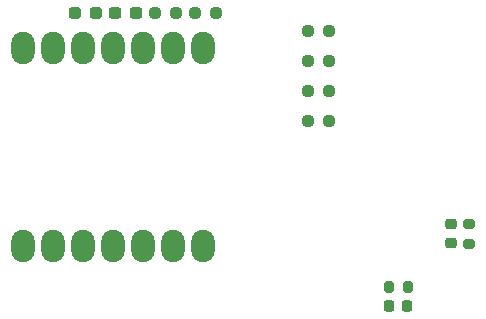
<source format=gbr>
%TF.GenerationSoftware,KiCad,Pcbnew,7.0.5*%
%TF.CreationDate,2023-07-11T15:30:59-04:00*%
%TF.ProjectId,StepperMotor_module_V2_XIAO_RP2040,53746570-7065-4724-9d6f-746f725f6d6f,rev?*%
%TF.SameCoordinates,Original*%
%TF.FileFunction,Paste,Top*%
%TF.FilePolarity,Positive*%
%FSLAX46Y46*%
G04 Gerber Fmt 4.6, Leading zero omitted, Abs format (unit mm)*
G04 Created by KiCad (PCBNEW 7.0.5) date 2023-07-11 15:30:59*
%MOMM*%
%LPD*%
G01*
G04 APERTURE LIST*
G04 Aperture macros list*
%AMRoundRect*
0 Rectangle with rounded corners*
0 $1 Rounding radius*
0 $2 $3 $4 $5 $6 $7 $8 $9 X,Y pos of 4 corners*
0 Add a 4 corners polygon primitive as box body*
4,1,4,$2,$3,$4,$5,$6,$7,$8,$9,$2,$3,0*
0 Add four circle primitives for the rounded corners*
1,1,$1+$1,$2,$3*
1,1,$1+$1,$4,$5*
1,1,$1+$1,$6,$7*
1,1,$1+$1,$8,$9*
0 Add four rect primitives between the rounded corners*
20,1,$1+$1,$2,$3,$4,$5,0*
20,1,$1+$1,$4,$5,$6,$7,0*
20,1,$1+$1,$6,$7,$8,$9,0*
20,1,$1+$1,$8,$9,$2,$3,0*%
G04 Aperture macros list end*
%ADD10RoundRect,0.237500X0.250000X0.237500X-0.250000X0.237500X-0.250000X-0.237500X0.250000X-0.237500X0*%
%ADD11RoundRect,1.000000X0.000000X-0.375000X0.000000X0.375000X0.000000X0.375000X0.000000X-0.375000X0*%
%ADD12RoundRect,0.237500X-0.250000X-0.237500X0.250000X-0.237500X0.250000X0.237500X-0.250000X0.237500X0*%
%ADD13RoundRect,0.218750X0.256250X-0.218750X0.256250X0.218750X-0.256250X0.218750X-0.256250X-0.218750X0*%
%ADD14RoundRect,0.237500X-0.287500X-0.237500X0.287500X-0.237500X0.287500X0.237500X-0.287500X0.237500X0*%
%ADD15RoundRect,0.200000X0.200000X0.275000X-0.200000X0.275000X-0.200000X-0.275000X0.200000X-0.275000X0*%
%ADD16RoundRect,0.200000X0.275000X-0.200000X0.275000X0.200000X-0.275000X0.200000X-0.275000X-0.200000X0*%
%ADD17RoundRect,0.218750X0.218750X0.256250X-0.218750X0.256250X-0.218750X-0.256250X0.218750X-0.256250X0*%
%ADD18RoundRect,0.237500X0.300000X0.237500X-0.300000X0.237500X-0.300000X-0.237500X0.300000X-0.237500X0*%
G04 APERTURE END LIST*
D10*
%TO.C,R11*%
X141712500Y-62750000D03*
X139887500Y-62750000D03*
%TD*%
D11*
%TO.C,U1*%
X125399250Y-82460500D03*
X127939250Y-82460500D03*
X130479250Y-82460500D03*
X133019250Y-82460500D03*
X135559250Y-82460500D03*
X138099250Y-82460500D03*
X140639250Y-82460500D03*
X140639250Y-65660500D03*
X138099250Y-65660500D03*
X135559250Y-65660500D03*
X133019250Y-65660500D03*
X130479250Y-65660500D03*
X127939250Y-65660500D03*
X125399250Y-65660500D03*
%TD*%
D12*
%TO.C,R1*%
X149487500Y-64200000D03*
X151312500Y-64200000D03*
%TD*%
%TO.C,R12*%
X136504166Y-62750000D03*
X138329166Y-62750000D03*
%TD*%
%TO.C,R4*%
X149487500Y-71850000D03*
X151312500Y-71850000D03*
%TD*%
D13*
%TO.C,D1*%
X161566667Y-82187500D03*
X161566667Y-80612500D03*
%TD*%
D14*
%TO.C,D2*%
X129775000Y-62750000D03*
X131525000Y-62750000D03*
%TD*%
D15*
%TO.C,R10*%
X157965000Y-85916666D03*
X156315000Y-85916666D03*
%TD*%
D16*
%TO.C,R8*%
X163150000Y-82265000D03*
X163150000Y-80615000D03*
%TD*%
D17*
%TO.C,D4*%
X157887500Y-87500000D03*
X156312500Y-87500000D03*
%TD*%
D18*
%TO.C,C2*%
X134895833Y-62750000D03*
X133170833Y-62750000D03*
%TD*%
D12*
%TO.C,R3*%
X149487500Y-69300000D03*
X151312500Y-69300000D03*
%TD*%
%TO.C,R2*%
X149487500Y-66750000D03*
X151312500Y-66750000D03*
%TD*%
M02*

</source>
